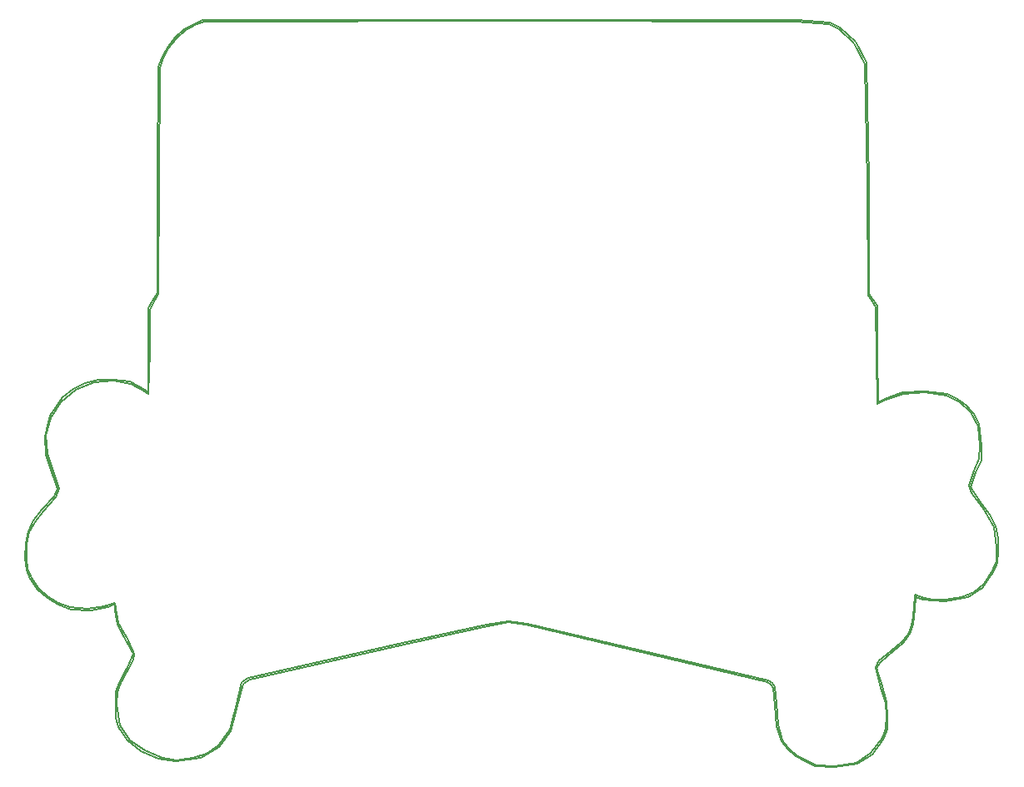
<source format=gbr>
G04 #@! TF.GenerationSoftware,KiCad,Pcbnew,(5.0.0)*
G04 #@! TF.CreationDate,2018-11-20T12:56:54-05:00*
G04 #@! TF.ProjectId,BsidesRock2019,427369646573526F636B323031392E6B,rev?*
G04 #@! TF.SameCoordinates,Original*
G04 #@! TF.FileFunction,Profile,NP*
%FSLAX46Y46*%
G04 Gerber Fmt 4.6, Leading zero omitted, Abs format (unit mm)*
G04 Created by KiCad (PCBNEW (5.0.0)) date 11/20/18 12:56:54*
%MOMM*%
%LPD*%
G01*
G04 APERTURE LIST*
%ADD10C,0.200000*%
G04 APERTURE END LIST*
D10*
X172430733Y-104694936D02*
X172022711Y-104472499D01*
X110139048Y-112234065D02*
X108422780Y-111475057D01*
X118236843Y-106837980D02*
X117542766Y-109460122D01*
X143637392Y-98777889D02*
X135133328Y-100631014D01*
X111965927Y-112516426D02*
X110139048Y-112234065D01*
X147502544Y-98638411D02*
X145748014Y-98409577D01*
X174911626Y-112034226D02*
X174060215Y-111280848D01*
X172022711Y-104472499D02*
X147502544Y-98638411D01*
X114459916Y-112146961D02*
X111965927Y-112516426D01*
X116372439Y-111045305D02*
X114459916Y-112146961D01*
X135133328Y-100631014D02*
X119446887Y-104208551D01*
X145748014Y-98409577D02*
X143637392Y-98777889D01*
X174060215Y-111280848D02*
X173484127Y-110492822D01*
X176907333Y-113040311D02*
X174911626Y-112034226D01*
X117542766Y-109460122D02*
X116372439Y-111045305D01*
X172682746Y-105096141D02*
X172430733Y-104694936D01*
X172848300Y-106798398D02*
X172682746Y-105096141D01*
X118763179Y-104630605D02*
X118236843Y-106837980D01*
X173484127Y-110492822D02*
X173015936Y-108936917D01*
X119446887Y-104208551D02*
X118763179Y-104630605D01*
X173015936Y-108936917D02*
X172848300Y-106798398D01*
X106239756Y-104408470D02*
X107131386Y-102740021D01*
X105872233Y-105397912D02*
X106239756Y-104408470D01*
X105815050Y-106771938D02*
X105872233Y-105397912D01*
X105879119Y-108099288D02*
X105815050Y-106771938D01*
X106132573Y-109013433D02*
X105879119Y-108099288D01*
X107019747Y-110360986D02*
X106132573Y-109013433D01*
X108422780Y-111475057D02*
X107019747Y-110360986D01*
X110035574Y-64898316D02*
X110103441Y-53406189D01*
X109606281Y-65676461D02*
X110035574Y-64898316D01*
X99414297Y-83417693D02*
X98752833Y-81386113D01*
X106865629Y-100210442D02*
X106007183Y-98624077D01*
X99556644Y-85564481D02*
X99930428Y-84858250D01*
X96651288Y-91828398D02*
X96680786Y-90327364D01*
X97890700Y-95055598D02*
X97149368Y-93997439D01*
X105115100Y-96831217D02*
X103301428Y-97169937D01*
X107131386Y-102740021D02*
X107591852Y-101629437D01*
X110479986Y-41084901D02*
X111057108Y-39918132D01*
X109176972Y-75016162D02*
X109176972Y-70735368D01*
X99930428Y-84858250D02*
X99414297Y-83417693D01*
X105742549Y-96549546D02*
X105115100Y-96831217D01*
X96680786Y-90327364D02*
X96936385Y-89119282D01*
X98866071Y-95951161D02*
X97890700Y-95055598D01*
X107591852Y-101629437D02*
X106865629Y-100210442D01*
X175044145Y-37173681D02*
X178414548Y-37415223D01*
X145890324Y-37124376D02*
X175044145Y-37173681D01*
X110171308Y-41914063D02*
X110479986Y-41084901D01*
X110103441Y-53406189D02*
X110171308Y-41914063D01*
X109176972Y-66454590D02*
X109606281Y-65676461D01*
X99145464Y-77358174D02*
X100430787Y-75538737D01*
X114658745Y-37158700D02*
X145890324Y-37124376D01*
X105629656Y-73714912D02*
X107301221Y-73946328D01*
X112820652Y-38065268D02*
X113932226Y-37457813D01*
X111849805Y-38898481D02*
X112820652Y-38065268D01*
X108612601Y-74627854D02*
X109176972Y-75016162D01*
X100430787Y-75538737D02*
X101516984Y-74642282D01*
X106007183Y-98624077D02*
X105742549Y-97178618D01*
X102701991Y-74054765D02*
X104051114Y-73753278D01*
X96765951Y-93085692D02*
X96651288Y-91828398D01*
X103301428Y-97169937D02*
X101264707Y-97065007D01*
X105742549Y-97178618D02*
X105742549Y-96549546D01*
X101516984Y-74642282D02*
X102701991Y-74054765D01*
X98752833Y-81386113D02*
X98634046Y-79452426D01*
X101264707Y-97065007D02*
X100011926Y-96636755D01*
X113932226Y-37457813D02*
X114658745Y-37158700D01*
X111057108Y-39918132D02*
X111849805Y-38898481D01*
X107301221Y-73946328D02*
X108612601Y-74627854D01*
X98336571Y-86975041D02*
X99556644Y-85564481D01*
X97149368Y-93997439D02*
X96765951Y-93085692D01*
X109176972Y-70735368D02*
X109176972Y-66454590D01*
X104051114Y-73753278D02*
X105629656Y-73714912D01*
X100011926Y-96636755D02*
X98866071Y-95951161D01*
X98634046Y-79452426D02*
X99145464Y-77358174D01*
X96936385Y-89119282D02*
X97470756Y-88052419D01*
X97470756Y-88052419D02*
X98336571Y-86975041D01*
X178414548Y-37415223D02*
X179432356Y-37923209D01*
X107628999Y-102157851D02*
X107263579Y-102872057D01*
X113597876Y-112213351D02*
X115045177Y-111709162D01*
X181068494Y-112666965D02*
X181068385Y-112666997D01*
X174192265Y-111148549D02*
X175043480Y-111901821D01*
X118631189Y-104498444D02*
X119314897Y-104076390D01*
X173148366Y-108804778D02*
X173616335Y-110360677D01*
X147634752Y-98506266D02*
X172154919Y-104340353D01*
X106997821Y-100078281D02*
X107716303Y-101557089D01*
X117410777Y-109327967D02*
X118104854Y-106705818D01*
X107716303Y-101557089D02*
X107628999Y-102157851D01*
X104685900Y-96788250D02*
X105764621Y-96455235D01*
X173616335Y-110360677D02*
X174192265Y-111148549D01*
X172815112Y-104963995D02*
X172980508Y-106666253D01*
X172562995Y-104562790D02*
X172815112Y-104963995D01*
X177039526Y-112908431D02*
X178922403Y-112998764D01*
X172154919Y-104340353D02*
X172562995Y-104562790D01*
X105764621Y-96455235D02*
X105874741Y-97023631D01*
X112052765Y-112390577D02*
X113597876Y-112213351D01*
X110564062Y-112205704D02*
X112052765Y-112390577D01*
X172980508Y-106666253D02*
X173148366Y-108804778D01*
X97981941Y-94879479D02*
X98894858Y-95745425D01*
X178922403Y-112998764D02*
X181068494Y-112666965D01*
X135001338Y-100498869D02*
X143505403Y-98645744D01*
X118104854Y-106705818D02*
X118631189Y-104498444D01*
X115045177Y-111709162D02*
X116240449Y-110913144D01*
X98894858Y-95745425D02*
X99972047Y-96424550D01*
X107261332Y-110355232D02*
X108773886Y-111444741D01*
X105948381Y-106771876D02*
X106241856Y-108840930D01*
X107263579Y-102872057D02*
X106371948Y-104540506D01*
X106241856Y-108840930D02*
X107261332Y-110355232D01*
X106007522Y-105513372D02*
X105948381Y-106771876D01*
X96784353Y-91830925D02*
X96905014Y-92970662D01*
X106371948Y-104540506D02*
X106007522Y-105513372D01*
X105874741Y-97023631D02*
X106137374Y-98486108D01*
X102979700Y-97054694D02*
X104685900Y-96788250D01*
X101163812Y-96878272D02*
X102979700Y-97054694D01*
X96905014Y-92970662D02*
X97282996Y-93865294D01*
X116240449Y-110913144D02*
X117410777Y-109327967D01*
X145734234Y-98275629D02*
X147634752Y-98506266D01*
X108773886Y-111444741D02*
X110564062Y-112205704D01*
X97282996Y-93865294D02*
X97981941Y-94879479D01*
X119314897Y-104076390D02*
X135001338Y-100498869D01*
X106137374Y-98486108D02*
X106997821Y-100078281D01*
X175043480Y-111901821D02*
X177039526Y-112908431D01*
X99972047Y-96424550D02*
X101163812Y-96878272D01*
X143505403Y-98645744D02*
X145734234Y-98275629D01*
X183120883Y-71261968D02*
X183083283Y-66331618D01*
X105586976Y-73848910D02*
X103611700Y-73947953D01*
X114790984Y-37290736D02*
X114064465Y-37589850D01*
X145890448Y-37256413D02*
X114790984Y-37290736D01*
X194079544Y-86973793D02*
X192802007Y-85223083D01*
X100062636Y-84858187D02*
X99729162Y-85635327D01*
X99546489Y-83285532D02*
X100062636Y-84858187D01*
X111189347Y-40050162D02*
X110612225Y-41216922D01*
X98887507Y-81270734D02*
X99546489Y-83285532D01*
X98769764Y-79440428D02*
X98887507Y-81270734D01*
X99229211Y-77606448D02*
X98769764Y-79440428D01*
X100277285Y-75979956D02*
X99229211Y-77606448D01*
X111982044Y-39030516D02*
X111189347Y-40050162D01*
X191795750Y-95870578D02*
X193080448Y-95340870D01*
X180881137Y-39521971D02*
X179300398Y-38055261D01*
X101782082Y-74710580D02*
X100277285Y-75979956D01*
X107390841Y-74144174D02*
X105586976Y-73848910D01*
X182220047Y-53670387D02*
X181973807Y-41649881D01*
X183083283Y-66331618D02*
X182687003Y-65747058D01*
X183262545Y-76192303D02*
X183120883Y-71261968D01*
X110303547Y-42046099D02*
X110235680Y-53538226D01*
X193576542Y-81777557D02*
X193647786Y-80419302D01*
X112952891Y-38197304D02*
X111982044Y-39030516D01*
X195303231Y-92168680D02*
X195359186Y-90788630D01*
X179300398Y-38055261D02*
X178282758Y-37547294D01*
X192688960Y-77050920D02*
X191588638Y-75999536D01*
X193080448Y-95340870D02*
X194089511Y-94456935D01*
X188036770Y-75043917D02*
X185859374Y-75145885D01*
X193089343Y-82974780D02*
X193576542Y-81777557D01*
X181973807Y-41649881D02*
X180881137Y-39521971D01*
X190236250Y-75326368D02*
X188036770Y-75043917D01*
X194908082Y-93166311D02*
X195303231Y-92168680D01*
X190150270Y-96098520D02*
X191795750Y-95870578D01*
X109167861Y-75135498D02*
X108471391Y-74753540D01*
X109309211Y-66586610D02*
X109309211Y-70861054D01*
X109738505Y-65808481D02*
X109309211Y-66586610D01*
X110167813Y-65030352D02*
X109738505Y-65808481D01*
X192802007Y-85223083D02*
X192527951Y-84512456D01*
X192527951Y-84512456D02*
X193089343Y-82974780D01*
X110235680Y-53538226D02*
X110167813Y-65030352D01*
X110612225Y-41216922D02*
X110303547Y-42046099D01*
X182687003Y-65747058D02*
X182290722Y-65162513D01*
X195359186Y-90788630D02*
X195102889Y-88730436D01*
X114064465Y-37589850D02*
X112952891Y-38197304D01*
X194089511Y-94456935D02*
X194908082Y-93166311D01*
X191588638Y-75999536D02*
X190236250Y-75326368D01*
X193444714Y-78491019D02*
X192688960Y-77050920D01*
X182290722Y-65162513D02*
X182220047Y-53670387D01*
X193647786Y-80419302D02*
X193444714Y-78491019D01*
X187941866Y-95889662D02*
X188864524Y-96106557D01*
X178282758Y-37547294D02*
X174923526Y-37305760D01*
X174923526Y-37305760D02*
X145890448Y-37256413D01*
X184091379Y-75799751D02*
X183262545Y-76192303D01*
X195102889Y-88730436D02*
X194079544Y-86973793D01*
X185859374Y-75145885D02*
X184091379Y-75799751D01*
X96813836Y-90411681D02*
X96784353Y-91830925D01*
X97074311Y-89235672D02*
X96813836Y-90411681D01*
X97610913Y-88176324D02*
X97074311Y-89235672D01*
X98468778Y-87107062D02*
X97610913Y-88176324D01*
X99729162Y-85635327D02*
X98468778Y-87107062D01*
X103611700Y-73947953D02*
X101782082Y-74710580D01*
X188864524Y-96106557D02*
X190150270Y-96098520D01*
X108471391Y-74753540D02*
X107390841Y-74144174D01*
X109309211Y-70861054D02*
X109167861Y-75135498D01*
X182422681Y-65030462D02*
X182818961Y-65615022D01*
X192707916Y-84688863D02*
X193655337Y-86105737D01*
X187146887Y-95795085D02*
X187073092Y-97122592D01*
X193048663Y-77240066D02*
X193549137Y-78239808D01*
X191397660Y-75658590D02*
X192311314Y-76360320D01*
X186408540Y-99440604D02*
X186778885Y-98371351D01*
X184690589Y-101245545D02*
X185742281Y-100341941D01*
X183017195Y-103057669D02*
X183350992Y-102365908D01*
X184136639Y-107963556D02*
X184046398Y-106597555D01*
X184074169Y-109220031D02*
X184136639Y-107963556D01*
X181068385Y-112666997D02*
X182582131Y-111670779D01*
X182352005Y-53538335D02*
X182422681Y-65030462D01*
X178921826Y-113131549D02*
X176906865Y-113040436D01*
X195543254Y-91169558D02*
X195426182Y-92326008D01*
X182714026Y-111802491D02*
X181200000Y-112800000D01*
X184269378Y-107963603D02*
X184208574Y-109335955D01*
X192311314Y-76360320D02*
X193048663Y-77240066D01*
X185754625Y-75008513D02*
X188036692Y-74910586D01*
X181013095Y-39389925D02*
X182105766Y-41517829D01*
X184185209Y-106487515D02*
X184269378Y-107963603D01*
X183148809Y-103057716D02*
X183707986Y-104914133D01*
X185871575Y-100476009D02*
X184822220Y-101377675D01*
X186537957Y-99576971D02*
X185871575Y-100476009D01*
X192457339Y-95866306D02*
X190122318Y-96252369D01*
X193782365Y-81938413D02*
X193204030Y-83149845D01*
X188036692Y-74910586D02*
X190368271Y-75192897D01*
X195426182Y-92326008D02*
X195038215Y-93298457D01*
X183252841Y-71114752D02*
X183290441Y-76029922D01*
X193655337Y-86105737D02*
X194639012Y-87458682D01*
X193549137Y-78239808D02*
X193780805Y-80419349D01*
X193898342Y-94904030D02*
X192457339Y-95866306D01*
X193204030Y-83149845D02*
X192707916Y-84688863D01*
X195507919Y-89789285D02*
X195543254Y-91169558D01*
X187069207Y-95610034D02*
X187941866Y-95889662D01*
X179432356Y-37923209D02*
X181013095Y-39389925D01*
X186942834Y-96964002D02*
X187069207Y-95610034D01*
X186778885Y-98371351D02*
X186942834Y-96964002D01*
X187073092Y-97122592D02*
X186909188Y-98514514D01*
X186909188Y-98514514D02*
X186537957Y-99576971D01*
X184046398Y-106597555D02*
X183575248Y-105046184D01*
X190368271Y-75192897D02*
X191397660Y-75658590D01*
X176906865Y-113040436D02*
X176907333Y-113040311D01*
X190122318Y-96252369D02*
X187888805Y-96048283D01*
X185742281Y-100341941D02*
X186408540Y-99440604D01*
X195038215Y-93298457D02*
X193898342Y-94904030D01*
X183707986Y-104914133D02*
X184185209Y-106487515D01*
X183539401Y-102443019D02*
X183148809Y-103057716D01*
X183707502Y-110165782D02*
X184074169Y-109220031D01*
X184822220Y-101377675D02*
X183539401Y-102443019D01*
X194639012Y-87458682D02*
X195231523Y-88619429D01*
X182818961Y-65615022D02*
X183215241Y-66199566D01*
X183839117Y-110297912D02*
X182714026Y-111802491D01*
X183987223Y-75652535D02*
X185754625Y-75008513D01*
X187888805Y-96048283D02*
X187146887Y-95795085D01*
X184208574Y-109335955D02*
X183839117Y-110297912D01*
X183350992Y-102365908D02*
X184690589Y-101245545D01*
X193780805Y-80419349D02*
X193782365Y-81938413D01*
X183575248Y-105046184D02*
X183017195Y-103057669D01*
X182582131Y-111670779D02*
X183707502Y-110165782D01*
X195231523Y-88619429D02*
X195507919Y-89789285D01*
X182105766Y-41517829D02*
X182352005Y-53538335D01*
X183215241Y-66199566D02*
X183252841Y-71114752D01*
X183290441Y-76029922D02*
X183987223Y-75652535D01*
X181200000Y-112800000D02*
X178921826Y-113131549D01*
M02*

</source>
